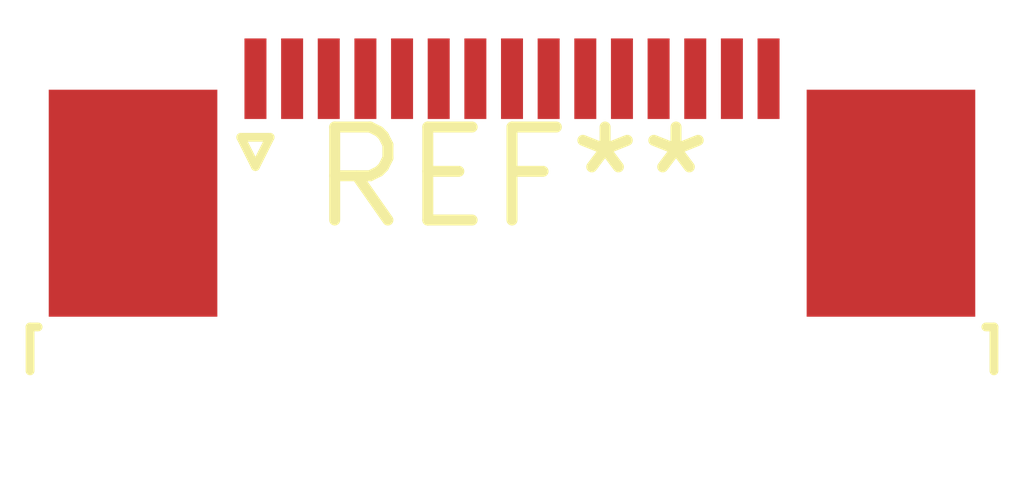
<source format=kicad_pcb>
(kicad_pcb (version 20240108) (generator pcbnew)
  (layers (0 "F.Cu" signal) (31 "B.Cu" signal) (34 "B.Paste" user) (35 "F.Paste" user) (36 "B.SilkS" user "B.Silkscreen") (37 "F.SilkS" user "F.Silkscreen") (38 "B.Mask" user) (39 "F.Mask" user) (44 "Edge.Cuts" user))
  (net 0 "")
  (footprint "TE_1-1734839-5_1x15-1MP_P0.5mm_Horizontal" (layer "F.Cu") (at 0 0)
    (property "Reference" "REF**")
    (property "Value" "PCB Edge")
    (fp_line (start -6.575 2.04) (end -6.575 2.64) (layer "F.SilkS") (stroke (width 0.12)))
    (fp_line (start -6.465 2.04) (end -6.575 2.04) (layer "F.SilkS") (stroke (width 0.12)))
    (fp_line (start -3.7 -0.55) (end -3.5 -0.15) (layer "F.SilkS") (stroke (width 0.12)))
    (fp_line (start -3.5 -0.15) (end -3.3 -0.55) (layer "F.SilkS") (stroke (width 0.12)))
    (fp_line (start -3.3 -0.55) (end -3.7 -0.55) (layer "F.SilkS") (stroke (width 0.12)))
    (fp_line (start 6.465 2.04) (end 6.575 2.04) (layer "F.SilkS") (stroke (width 0.12)))
    (fp_line (start 6.575 2.04) (end 6.575 2.64) (layer "F.SilkS") (stroke (width 0.12)))
    (pad "1" smd rect (at -3.5 -1.35) (size 0.3 1.1) (layers "F.Cu" "F.Paste" "F.Mask"))
    (pad "2" smd rect (at -3 -1.35) (size 0.3 1.1) (layers "F.Cu" "F.Paste" "F.Mask"))
    (pad "3" smd rect (at -2.5 -1.35) (size 0.3 1.1) (layers "F.Cu" "F.Paste" "F.Mask"))
    (pad "4" smd rect (at -2 -1.35) (size 0.3 1.1) (layers "F.Cu" "F.Paste" "F.Mask"))
    (pad "5" smd rect (at -1.5 -1.35) (size 0.3 1.1) (layers "F.Cu" "F.Paste" "F.Mask"))
    (pad "6" smd rect (at -1 -1.35) (size 0.3 1.1) (layers "F.Cu" "F.Paste" "F.Mask"))
    (pad "7" smd rect (at -0.5 -1.35) (size 0.3 1.1) (layers "F.Cu" "F.Paste" "F.Mask"))
    (pad "8" smd rect (at 0 -1.35) (size 0.3 1.1) (layers "F.Cu" "F.Paste" "F.Mask"))
    (pad "9" smd rect (at 0.5 -1.35) (size 0.3 1.1) (layers "F.Cu" "F.Paste" "F.Mask"))
    (pad "10" smd rect (at 1 -1.35) (size 0.3 1.1) (layers "F.Cu" "F.Paste" "F.Mask"))
    (pad "11" smd rect (at 1.5 -1.35) (size 0.3 1.1) (layers "F.Cu" "F.Paste" "F.Mask"))
    (pad "12" smd rect (at 2 -1.35) (size 0.3 1.1) (layers "F.Cu" "F.Paste" "F.Mask"))
    (pad "13" smd rect (at 2.5 -1.35) (size 0.3 1.1) (layers "F.Cu" "F.Paste" "F.Mask"))
    (pad "14" smd rect (at 3 -1.35) (size 0.3 1.1) (layers "F.Cu" "F.Paste" "F.Mask"))
    (pad "15" smd rect (at 3.5 -1.35) (size 0.3 1.1) (layers "F.Cu" "F.Paste" "F.Mask"))
    (pad "MP" smd rect (at -5.17 0.35) (size 2.3 3.1) (layers "F.Cu" "F.Paste" "F.Mask"))
    (pad "MP" smd rect (at 5.17 0.35) (size 2.3 3.1) (layers "F.Cu" "F.Paste" "F.Mask"))
  )
)
</source>
